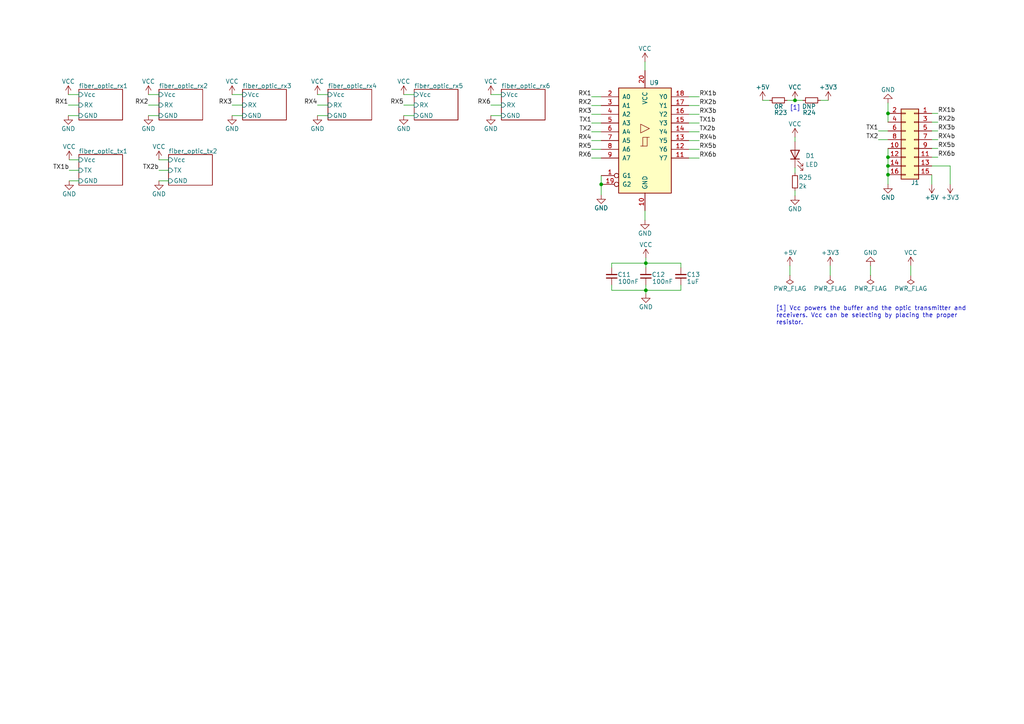
<source format=kicad_sch>
(kicad_sch (version 20211123) (generator eeschema)
  (paper "A4")
  (lib_symbols
    (symbol "74xx:74HCT541" (pin_names (offset 1.016))
      (property "Reference" "U" (at -7.62 16.51 0))
      (property "Value" "74HCT541" (at -7.62 -16.51 0))
      (symbol "74HCT541_1_0"
        (polyline (pts (xy -0.635 -1.6002) (xy -0.635 0.9398) (xy 0.635 0.9398)))
        (polyline (pts (xy -1.27 -1.6002) (xy 0.635 -1.6002) (xy 0.635 0.9398) (xy 1.27 0.9398)))
        (polyline (pts (xy 1.27 3.4798) (xy -1.27 4.7498) (xy -1.27 2.2098) (xy 1.27 3.4798)) (stroke (width 0.1524)))
        (pin input inverted (at -12.7 -10.16 0) (length 5.08) (name "G1") (number "1"))
        (pin power_in line (at 0 -20.32 90) (length 5.08) (name "GND") (number "10"))
        (pin tri_state line (at 12.7 -5.08 180) (length 5.08) (name "Y7") (number "11"))
        (pin tri_state line (at 12.7 -2.54 180) (length 5.08) (name "Y6") (number "12"))
        (pin tri_state line (at 12.7 0 180) (length 5.08) (name "Y5") (number "13"))
        (pin tri_state line (at 12.7 2.54 180) (length 5.08) (name "Y4") (number "14"))
        (pin tri_state line (at 12.7 5.08 180) (length 5.08) (name "Y3") (number "15"))
        (pin tri_state line (at 12.7 7.62 180) (length 5.08) (name "Y2") (number "16"))
        (pin tri_state line (at 12.7 10.16 180) (length 5.08) (name "Y1") (number "17"))
        (pin tri_state line (at 12.7 12.7 180) (length 5.08) (name "Y0") (number "18"))
        (pin input inverted (at -12.7 -12.7 0) (length 5.08) (name "G2") (number "19"))
        (pin input line (at -12.7 12.7 0) (length 5.08) (name "A0") (number "2"))
        (pin power_in line (at 0 20.32 270) (length 5.08) (name "VCC") (number "20"))
        (pin input line (at -12.7 10.16 0) (length 5.08) (name "A1") (number "3"))
        (pin input line (at -12.7 7.62 0) (length 5.08) (name "A2") (number "4"))
        (pin input line (at -12.7 5.08 0) (length 5.08) (name "A3") (number "5"))
        (pin input line (at -12.7 2.54 0) (length 5.08) (name "A4") (number "6"))
        (pin input line (at -12.7 0 0) (length 5.08) (name "A5") (number "7"))
        (pin input line (at -12.7 -2.54 0) (length 5.08) (name "A6") (number "8"))
        (pin input line (at -12.7 -5.08 0) (length 5.08) (name "A7") (number "9"))
      )
      (symbol "74HCT541_1_1"
        (rectangle (start -7.62 15.24) (end 7.62 -15.24) (stroke (width 0.254)) (fill (type background)))
      )
    )
    (symbol "Connector_Generic:Conn_02x08_Odd_Even" (pin_names (offset 1.016) hide)
      (property "Reference" "J" (at 1.27 10.16 0))
      (property "Value" "Conn_02x08_Odd_Even" (at 1.27 -12.7 0))
      (symbol "Conn_02x08_Odd_Even_1_1"
        (rectangle (start -1.27 -10.033) (end 0 -10.287) (stroke (width 0.1524)))
        (rectangle (start -1.27 -7.493) (end 0 -7.747) (stroke (width 0.1524)))
        (rectangle (start -1.27 -4.953) (end 0 -5.207) (stroke (width 0.1524)))
        (rectangle (start -1.27 -2.413) (end 0 -2.667) (stroke (width 0.1524)))
        (rectangle (start -1.27 0.127) (end 0 -0.127) (stroke (width 0.1524)))
        (rectangle (start -1.27 2.667) (end 0 2.413) (stroke (width 0.1524)))
        (rectangle (start -1.27 5.207) (end 0 4.953) (stroke (width 0.1524)))
        (rectangle (start -1.27 7.747) (end 0 7.493) (stroke (width 0.1524)))
        (rectangle (start -1.27 8.89) (end 3.81 -11.43) (stroke (width 0.254)) (fill (type background)))
        (rectangle (start 3.81 -10.033) (end 2.54 -10.287) (stroke (width 0.1524)))
        (rectangle (start 3.81 -7.493) (end 2.54 -7.747) (stroke (width 0.1524)))
        (rectangle (start 3.81 -4.953) (end 2.54 -5.207) (stroke (width 0.1524)))
        (rectangle (start 3.81 -2.413) (end 2.54 -2.667) (stroke (width 0.1524)))
        (rectangle (start 3.81 0.127) (end 2.54 -0.127) (stroke (width 0.1524)))
        (rectangle (start 3.81 2.667) (end 2.54 2.413) (stroke (width 0.1524)))
        (rectangle (start 3.81 5.207) (end 2.54 4.953) (stroke (width 0.1524)))
        (rectangle (start 3.81 7.747) (end 2.54 7.493) (stroke (width 0.1524)))
        (pin passive line (at -5.08 7.62 0) (length 3.81) (name "Pin_1") (number "1"))
        (pin passive line (at 7.62 -2.54 180) (length 3.81) (name "Pin_10") (number "10"))
        (pin passive line (at -5.08 -5.08 0) (length 3.81) (name "Pin_11") (number "11"))
        (pin passive line (at 7.62 -5.08 180) (length 3.81) (name "Pin_12") (number "12"))
        (pin passive line (at -5.08 -7.62 0) (length 3.81) (name "Pin_13") (number "13"))
        (pin passive line (at 7.62 -7.62 180) (length 3.81) (name "Pin_14") (number "14"))
        (pin passive line (at -5.08 -10.16 0) (length 3.81) (name "Pin_15") (number "15"))
        (pin passive line (at 7.62 -10.16 180) (length 3.81) (name "Pin_16") (number "16"))
        (pin passive line (at 7.62 7.62 180) (length 3.81) (name "Pin_2") (number "2"))
        (pin passive line (at -5.08 5.08 0) (length 3.81) (name "Pin_3") (number "3"))
        (pin passive line (at 7.62 5.08 180) (length 3.81) (name "Pin_4") (number "4"))
        (pin passive line (at -5.08 2.54 0) (length 3.81) (name "Pin_5") (number "5"))
        (pin passive line (at 7.62 2.54 180) (length 3.81) (name "Pin_6") (number "6"))
        (pin passive line (at -5.08 0 0) (length 3.81) (name "Pin_7") (number "7"))
        (pin passive line (at 7.62 0 180) (length 3.81) (name "Pin_8") (number "8"))
        (pin passive line (at -5.08 -2.54 0) (length 3.81) (name "Pin_9") (number "9"))
      )
    )
    (symbol "Device:C_Small" (pin_numbers hide) (pin_names (offset 0.254) hide)
      (property "Reference" "C" (at 0.254 1.778 0))
      (property "Value" "C_Small" (at 0.254 -2.032 0))
      (symbol "C_Small_0_1"
        (polyline (pts (xy -1.524 -0.508) (xy 1.524 -0.508)) (stroke (width 0.3302)))
        (polyline (pts (xy -1.524 0.508) (xy 1.524 0.508)) (stroke (width 0.3048)))
      )
      (symbol "C_Small_1_1"
        (pin passive line (at 0 2.54 270) (length 2.032) (name "~") (number "1"))
        (pin passive line (at 0 -2.54 90) (length 2.032) (name "~") (number "2"))
      )
    )
    (symbol "Device:LED" (pin_numbers hide) (pin_names (offset 1.016) hide)
      (property "Reference" "D" (at 0 2.54 0))
      (property "Value" "LED" (at 0 -2.54 0))
      (symbol "LED_0_1"
        (polyline (pts (xy -1.27 -1.27) (xy -1.27 1.27)) (stroke (width 0.254)))
        (polyline (pts (xy -1.27 0) (xy 1.27 0)))
        (polyline (pts (xy 1.27 -1.27) (xy 1.27 1.27) (xy -1.27 0) (xy 1.27 -1.27)) (stroke (width 0.254)))
        (polyline (pts (xy -3.048 -0.762) (xy -4.572 -2.286) (xy -3.81 -2.286) (xy -4.572 -2.286) (xy -4.572 -1.524)))
        (polyline (pts (xy -1.778 -0.762) (xy -3.302 -2.286) (xy -2.54 -2.286) (xy -3.302 -2.286) (xy -3.302 -1.524)))
      )
      (symbol "LED_1_1"
        (pin passive line (at -3.81 0 0) (length 2.54) (name "K") (number "1"))
        (pin passive line (at 3.81 0 180) (length 2.54) (name "A") (number "2"))
      )
    )
    (symbol "Device:R_Small" (pin_numbers hide) (pin_names (offset 0.254) hide)
      (property "Reference" "R" (at 0.762 0.508 0))
      (property "Value" "R_Small" (at 0.762 -1.016 0))
      (symbol "R_Small_0_1"
        (rectangle (start -0.762 1.778) (end 0.762 -1.778) (stroke (width 0.2032)))
      )
      (symbol "R_Small_1_1"
        (pin passive line (at 0 2.54 270) (length 0.762) (name "~") (number "1"))
        (pin passive line (at 0 -2.54 90) (length 0.762) (name "~") (number "2"))
      )
    )
    (symbol "power:+3V3" (power) (pin_names (offset 0))
      (property "Value" "+3V3" (at 0 3.556 0))
      (symbol "+3V3_0_1"
        (polyline (pts (xy -0.762 1.27) (xy 0 2.54)))
        (polyline (pts (xy 0 0) (xy 0 2.54)))
        (polyline (pts (xy 0 2.54) (xy 0.762 1.27)))
      )
      (symbol "+3V3_1_1"
        (pin power_in line (at 0 0 90) (length 0) hide (name "+3V3") (number "1"))
      )
    )
    (symbol "power:+5V" (power) (pin_names (offset 0))
      (property "Value" "+5V" (at 0 3.556 0))
      (symbol "+5V_0_1"
        (polyline (pts (xy -0.762 1.27) (xy 0 2.54)))
        (polyline (pts (xy 0 0) (xy 0 2.54)))
        (polyline (pts (xy 0 2.54) (xy 0.762 1.27)))
      )
      (symbol "+5V_1_1"
        (pin power_in line (at 0 0 90) (length 0) hide (name "+5V") (number "1"))
      )
    )
    (symbol "power:GND" (power) (pin_names (offset 0))
      (property "Value" "GND" (at 0 -3.81 0))
      (symbol "GND_0_1"
        (polyline (pts (xy 0 0) (xy 0 -1.27) (xy 1.27 -1.27) (xy 0 -2.54) (xy -1.27 -1.27) (xy 0 -1.27)))
      )
      (symbol "GND_1_1"
        (pin power_in line (at 0 0 270) (length 0) hide (name "GND") (number "1"))
      )
    )
    (symbol "power:PWR_FLAG" (power) (pin_numbers hide) (pin_names (offset 0) hide)
      (property "Value" "PWR_FLAG" (at 0 3.81 0))
      (symbol "PWR_FLAG_0_0"
        (pin power_out line (at 0 0 90) (length 0) (name "pwr") (number "1"))
      )
      (symbol "PWR_FLAG_0_1"
        (polyline (pts (xy 0 0) (xy 0 1.27) (xy -1.016 1.905) (xy 0 2.54) (xy 1.016 1.905) (xy 0 1.27)))
      )
    )
    (symbol "power:VCC" (power) (pin_names (offset 0))
      (property "Value" "VCC" (at 0 3.81 0))
      (symbol "VCC_0_1"
        (polyline (pts (xy -0.762 1.27) (xy 0 2.54)))
        (polyline (pts (xy 0 0) (xy 0 2.54)))
        (polyline (pts (xy 0 2.54) (xy 0.762 1.27)))
      )
      (symbol "VCC_1_1"
        (pin power_in line (at 0 0 90) (length 0) hide (name "VCC") (number "1"))
      )
    )
  )
  (junction (at 187.325 76.327))
  (junction (at 257.556 32.893))
  (junction (at 187.325 84.201))
  (junction (at 257.556 48.133))
  (junction (at 257.556 45.593))
  (junction (at 257.556 50.673))
  (junction (at 174.371 53.467))
  (junction (at 230.5812 29.1084))
  (wire (pts (xy 270.256 50.673) (xy 270.256 53.467)))
  (wire (pts (xy 67.31 27.432) (xy 70.358 27.432)))
  (wire (pts (xy 43.053 30.48) (xy 46.101 30.48)))
  (wire (pts (xy 254.762 40.513) (xy 257.556 40.513)))
  (wire (pts (xy 270.256 48.133) (xy 275.59 48.133)))
  (wire (pts (xy 257.556 50.673) (xy 257.556 53.467)))
  (wire (pts (xy 43.053 33.528) (xy 46.101 33.528)))
  (wire (pts (xy 228.2952 29.1084) (xy 230.5812 29.1084)))
  (wire (pts (xy 187.325 76.327) (xy 187.325 77.597)))
  (wire (pts (xy 174.371 50.927) (xy 174.371 53.467)))
  (wire (pts (xy 92.075 30.48) (xy 95.123 30.48)))
  (wire (pts (xy 46.101 52.451) (xy 48.895 52.451)))
  (wire (pts (xy 187.325 74.803) (xy 187.325 76.327)))
  (wire (pts (xy 199.771 35.687) (xy 202.819 35.687)))
  (wire (pts (xy 20.066 52.451) (xy 22.86 52.451)))
  (wire (pts (xy 142.367 30.48) (xy 145.415 30.48)))
  (wire (pts (xy 270.256 35.433) (xy 272.034 35.433)))
  (wire (pts (xy 240.792 77.089) (xy 240.792 79.883)))
  (wire (pts (xy 199.771 45.847) (xy 202.819 45.847)))
  (wire (pts (xy 46.101 49.403) (xy 48.895 49.403)))
  (wire (pts (xy 46.101 46.355) (xy 48.895 46.355)))
  (wire (pts (xy 171.577 38.227) (xy 174.371 38.227)))
  (wire (pts (xy 257.556 32.893) (xy 257.556 35.433)))
  (wire (pts (xy 43.053 27.432) (xy 46.101 27.432)))
  (wire (pts (xy 199.771 38.227) (xy 202.819 38.227)))
  (wire (pts (xy 142.367 33.528) (xy 145.415 33.528)))
  (wire (pts (xy 67.31 30.48) (xy 70.358 30.48)))
  (wire (pts (xy 257.556 43.053) (xy 257.556 45.593)))
  (wire (pts (xy 187.325 82.677) (xy 187.325 84.201)))
  (wire (pts (xy 270.256 32.893) (xy 272.034 32.893)))
  (wire (pts (xy 171.577 40.767) (xy 174.371 40.767)))
  (wire (pts (xy 270.256 43.053) (xy 272.034 43.053)))
  (wire (pts (xy 187.071 61.087) (xy 187.071 63.881)))
  (wire (pts (xy 187.325 76.327) (xy 197.485 76.327)))
  (wire (pts (xy 117.094 30.48) (xy 120.142 30.48)))
  (wire (pts (xy 252.476 77.089) (xy 252.476 79.883)))
  (wire (pts (xy 92.075 27.432) (xy 95.123 27.432)))
  (wire (pts (xy 177.419 77.597) (xy 177.419 76.327)))
  (wire (pts (xy 197.485 76.327) (xy 197.485 77.597)))
  (wire (pts (xy 197.485 82.677) (xy 197.485 84.201)))
  (wire (pts (xy 199.771 33.147) (xy 202.819 33.147)))
  (wire (pts (xy 230.5812 39.7764) (xy 230.5812 41.0464)))
  (wire (pts (xy 117.094 27.432) (xy 120.142 27.432)))
  (wire (pts (xy 171.577 35.687) (xy 174.371 35.687)))
  (wire (pts (xy 171.577 43.307) (xy 174.371 43.307)))
  (wire (pts (xy 171.577 45.847) (xy 174.371 45.847)))
  (wire (pts (xy 19.812 27.432) (xy 22.86 27.432)))
  (wire (pts (xy 171.577 33.147) (xy 174.371 33.147)))
  (wire (pts (xy 199.771 28.067) (xy 202.819 28.067)))
  (wire (pts (xy 142.367 27.432) (xy 145.415 27.432)))
  (wire (pts (xy 177.419 84.201) (xy 187.325 84.201)))
  (wire (pts (xy 270.256 45.593) (xy 272.034 45.593)))
  (wire (pts (xy 67.31 33.528) (xy 70.358 33.528)))
  (wire (pts (xy 174.371 53.467) (xy 174.371 56.515)))
  (wire (pts (xy 270.256 40.513) (xy 272.034 40.513)))
  (wire (pts (xy 19.812 33.528) (xy 22.86 33.528)))
  (wire (pts (xy 187.325 84.201) (xy 187.325 85.217)))
  (wire (pts (xy 254.762 37.973) (xy 257.556 37.973)))
  (wire (pts (xy 171.577 28.067) (xy 174.371 28.067)))
  (wire (pts (xy 257.556 29.845) (xy 257.556 32.893)))
  (wire (pts (xy 229.108 77.089) (xy 229.108 79.883)))
  (wire (pts (xy 92.075 33.528) (xy 95.123 33.528)))
  (wire (pts (xy 199.771 30.607) (xy 202.819 30.607)))
  (wire (pts (xy 221.1832 29.1084) (xy 223.2152 29.1084)))
  (wire (pts (xy 117.094 33.528) (xy 120.142 33.528)))
  (wire (pts (xy 177.419 76.327) (xy 187.325 76.327)))
  (wire (pts (xy 171.577 30.607) (xy 174.371 30.607)))
  (wire (pts (xy 270.256 37.973) (xy 272.034 37.973)))
  (wire (pts (xy 257.556 45.593) (xy 257.556 48.133)))
  (wire (pts (xy 275.59 48.133) (xy 275.59 53.467)))
  (wire (pts (xy 20.066 46.355) (xy 22.86 46.355)))
  (wire (pts (xy 237.9472 29.1084) (xy 240.2332 29.1084)))
  (wire (pts (xy 187.325 84.201) (xy 197.485 84.201)))
  (wire (pts (xy 20.066 49.403) (xy 22.86 49.403)))
  (wire (pts (xy 19.812 30.48) (xy 22.86 30.48)))
  (wire (pts (xy 187.071 17.907) (xy 187.071 20.447)))
  (wire (pts (xy 230.5812 29.1084) (xy 232.8672 29.1084)))
  (wire (pts (xy 199.771 43.307) (xy 202.819 43.307)))
  (wire (pts (xy 230.5812 48.6664) (xy 230.5812 50.1904)))
  (wire (pts (xy 177.419 82.677) (xy 177.419 84.201)))
  (wire (pts (xy 199.771 40.767) (xy 202.819 40.767)))
  (wire (pts (xy 230.5812 55.2704) (xy 230.5812 56.7944)))
  (wire (pts (xy 257.556 48.133) (xy 257.556 50.673)))
  (wire (pts (xy 264.16 77.089) (xy 264.16 79.883)))
  (text "[1]" (at 229.0572 32.1564 0) (effects (font (size 1.27 1.27)) (justify left bottom)))
  (text "[1] Vcc powers the buffer and the optic transmitter and \nreceivers. Vcc can be selecting by placing the proper \nresistor." (at 225.044 94.361 0) (effects (font (size 1.27 1.27)) (justify left bottom)))
  (label "RX4" (at 171.577 40.767 180))
  (label "RX2" (at 43.053 30.48 180))
  (label "RX3" (at 171.577 33.147 180))
  (label "TX1" (at 171.577 35.687 180))
  (label "RX1b" (at 202.819 28.067 0))
  (label "RX1" (at 171.577 28.067 180))
  (label "RX3b" (at 202.819 33.147 0))
  (label "RX3b" (at 272.034 37.973 0))
  (label "TX2" (at 254.762 40.513 180))
  (label "TX2b" (at 202.819 38.227 0))
  (label "RX5" (at 171.577 43.307 180))
  (label "RX5b" (at 202.819 43.307 0))
  (label "TX1" (at 254.762 37.973 180))
  (label "RX4b" (at 272.034 40.513 0))
  (label "RX3" (at 67.31 30.48 180))
  (label "RX5b" (at 272.034 43.053 0))
  (label "RX2" (at 171.577 30.607 180))
  (label "RX6" (at 171.577 45.847 180))
  (label "RX2b" (at 272.034 35.433 0))
  (label "RX4" (at 92.075 30.48 180))
  (label "RX6b" (at 272.034 45.593 0))
  (label "RX1" (at 19.812 30.48 180))
  (label "RX4b" (at 202.819 40.767 0))
  (label "RX6" (at 142.367 30.48 180))
  (label "TX1b" (at 20.066 49.403 180))
  (label "RX6b" (at 202.819 45.847 0))
  (label "TX2b" (at 46.101 49.403 180))
  (label "RX2b" (at 202.819 30.607 0))
  (label "TX1b" (at 202.819 35.687 0))
  (label "RX1b" (at 272.034 32.893 0))
  (label "TX2" (at 171.577 38.227 180))
  (label "RX5" (at 117.094 30.48 180))
  (symbol (lib_id "power:VCC") (at 230.5812 39.7764 0) (unit 1)
    (property "Reference" "#PWR033" (effects hide))
    (property "Value" "VCC" (at 230.5812 35.9664 0))
  )
  (symbol (lib_id "power:GND") (at 20.066 52.451 0) (unit 1)
    (property "Reference" "#PWR016" (effects hide))
    (property "Value" "GND" (at 20.066 56.261 0))
  )
  (symbol (lib_id "power:PWR_FLAG") (at 264.16 79.883 180) (unit 1)
    (property "Reference" "#FLG04" (effects hide))
    (property "Value" "PWR_FLAG" (at 264.16 83.693 0))
  )
  (symbol (lib_id "power:VCC") (at 19.812 27.432 0) (unit 1)
    (property "Reference" "#PWR01" (effects hide))
    (property "Value" "VCC" (at 19.812 23.622 0))
  )
  (symbol (lib_id "power:GND") (at 67.31 33.528 0) (unit 1)
    (property "Reference" "#PWR010" (effects hide))
    (property "Value" "GND" (at 67.31 37.338 0))
  )
  (symbol (lib_id "power:GND") (at 46.101 52.451 0) (unit 1)
    (property "Reference" "#PWR017" (effects hide))
    (property "Value" "GND" (at 46.101 56.261 0))
  )
  (symbol (lib_id "power:VCC") (at 230.5812 29.1084 0) (unit 1)
    (property "Reference" "#PWR031" (effects hide))
    (property "Value" "VCC" (at 230.5812 25.2984 0))
  )
  (symbol (lib_id "Device:LED") (at 230.5812 44.8564 90) (unit 1)
    (property "Reference" "D1" (at 233.6292 45.1738 90) (effects (justify right)))
    (property "Value" "LED" (at 233.6292 47.7138 90) (effects (justify right)))
    (property "Footprint" "LED_SMD:LED_0805_2012Metric_Pad1.15x1.40mm_HandSolder" (effects hide))
  )
  (symbol (lib_id "power:GND") (at 43.053 33.528 0) (unit 1)
    (property "Reference" "#PWR09" (effects hide))
    (property "Value" "GND" (at 43.053 37.338 0))
  )
  (symbol (lib_id "Device:C_Small") (at 197.485 80.137 0) (mirror x) (unit 1)
    (property "Reference" "C13" (at 203.073 79.629 0) (effects (justify right)))
    (property "Value" "1uF" (at 202.819 81.661 0) (effects (justify right)))
    (property "Footprint" "Capacitor_SMD:C_0805_2012Metric_Pad1.18x1.45mm_HandSolder" (effects hide))
  )
  (symbol (lib_id "Device:R_Small") (at 235.4072 29.1084 90) (unit 1)
    (property "Reference" "R24" (at 236.6772 32.6644 90) (effects (justify left)))
    (property "Value" "DNP" (at 236.6772 30.8864 90) (effects (justify left)))
    (property "Footprint" "Resistor_SMD:R_0805_2012Metric" (effects hide))
  )
  (symbol (lib_id "power:GND") (at 230.5812 56.7944 0) (unit 1)
    (property "Reference" "#PWR034" (effects hide))
    (property "Value" "GND" (at 230.5812 60.6044 0))
  )
  (symbol (lib_id "power:GND") (at 257.556 29.845 180) (unit 1)
    (property "Reference" "#PWR07" (effects hide))
    (property "Value" "GND" (at 257.556 26.035 0))
  )
  (symbol (lib_id "power:PWR_FLAG") (at 240.792 79.883 180) (unit 1)
    (property "Reference" "#FLG02" (effects hide))
    (property "Value" "PWR_FLAG" (at 240.792 83.693 0))
  )
  (symbol (lib_id "power:PWR_FLAG") (at 252.476 79.883 180) (unit 1)
    (property "Reference" "#FLG03" (effects hide))
    (property "Value" "PWR_FLAG" (at 252.476 83.693 0))
  )
  (symbol (lib_id "power:+5V") (at 229.108 77.089 0) (unit 1)
    (property "Reference" "#PWR021" (effects hide))
    (property "Value" "+5V" (at 229.108 73.279 0))
  )
  (symbol (lib_id "power:VCC") (at 92.075 27.432 0) (unit 1)
    (property "Reference" "#PWR04" (effects hide))
    (property "Value" "VCC" (at 92.075 23.622 0))
  )
  (symbol (lib_id "power:VCC") (at 43.053 27.432 0) (unit 1)
    (property "Reference" "#PWR02" (effects hide))
    (property "Value" "VCC" (at 43.053 23.622 0))
  )
  (symbol (lib_id "power:+3V3") (at 275.59 53.467 180) (unit 1)
    (property "Reference" "#PWR020" (effects hide))
    (property "Value" "+3V3" (at 275.59 57.277 0))
  )
  (symbol (lib_id "power:+3V3") (at 240.792 77.089 0) (unit 1)
    (property "Reference" "#PWR022" (effects hide))
    (property "Value" "+3V3" (at 240.792 73.279 0))
  )
  (symbol (lib_id "Connector_Generic:Conn_02x08_Odd_Even") (at 265.176 40.513 0) (mirror y) (unit 1)
    (property "Reference" "J1" (at 265.43 52.959 0))
    (property "Value" "Conn_02x08_Odd_Even" (effects hide))
    (property "Footprint" "Connector_PinHeader_2.54mm:PinHeader_2x08_P2.54mm_Horizontal" (effects hide))
  )
  (symbol (lib_id "power:VCC") (at 264.16 77.089 0) (unit 1)
    (property "Reference" "#PWR024" (effects hide))
    (property "Value" "VCC" (at 264.16 73.279 0))
  )
  (symbol (lib_id "Device:C_Small") (at 177.419 80.137 0) (mirror x) (unit 1)
    (property "Reference" "C11" (at 183.007 79.629 0) (effects (justify right)))
    (property "Value" "100nF" (at 185.293 81.661 0) (effects (justify right)))
    (property "Footprint" "Capacitor_SMD:C_0805_2012Metric_Pad1.18x1.45mm_HandSolder" (effects hide))
  )
  (symbol (lib_id "Device:C_Small") (at 187.325 80.137 0) (mirror x) (unit 1)
    (property "Reference" "C12" (at 192.913 79.629 0) (effects (justify right)))
    (property "Value" "100nF" (at 195.199 81.661 0) (effects (justify right)))
    (property "Footprint" "Capacitor_SMD:C_0805_2012Metric_Pad1.18x1.45mm_HandSolder" (effects hide))
  )
  (symbol (lib_id "power:VCC") (at 117.094 27.432 0) (unit 1)
    (property "Reference" "#PWR05" (effects hide))
    (property "Value" "VCC" (at 117.094 23.622 0))
  )
  (symbol (lib_id "power:GND") (at 187.325 85.217 0) (unit 1)
    (property "Reference" "#PWR029" (effects hide))
    (property "Value" "GND" (at 187.325 89.027 0))
  )
  (symbol (lib_id "power:VCC") (at 46.101 46.355 0) (unit 1)
    (property "Reference" "#PWR015" (effects hide))
    (property "Value" "VCC" (at 46.101 42.545 0))
  )
  (symbol (lib_id "power:+3V3") (at 240.2332 29.1084 0) (unit 1)
    (property "Reference" "#PWR032" (effects hide))
    (property "Value" "+3V3" (at 240.2332 25.2984 0))
  )
  (symbol (lib_id "power:GND") (at 187.071 63.881 0) (unit 1)
    (property "Reference" "#PWR027" (effects hide))
    (property "Value" "GND" (at 187.071 67.691 0))
  )
  (symbol (lib_id "Device:R_Small") (at 230.5812 52.7304 0) (unit 1)
    (property "Reference" "R25" (at 231.5972 51.4604 0) (effects (justify left)))
    (property "Value" "2k" (at 231.5972 54.0004 0) (effects (justify left)))
    (property "Footprint" "Resistor_SMD:R_0805_2012Metric" (effects hide))
  )
  (symbol (lib_id "power:VCC") (at 67.31 27.432 0) (unit 1)
    (property "Reference" "#PWR03" (effects hide))
    (property "Value" "VCC" (at 67.31 23.622 0))
  )
  (symbol (lib_id "74xx:74HCT541") (at 187.071 40.767 0) (unit 1)
    (property "Reference" "U9" (at 188.341 24.003 0) (effects (justify left)))
    (property "Value" "74HCT541" (effects hide))
    (property "Footprint" "Package_SO:TSSOP-20_4.4x6.5mm_P0.65mm" (effects hide))
    (property "Datasheet" "http://www.ti.com/lit/gpn/sn74HCT541" (effects hide))
  )
  (symbol (lib_id "power:VCC") (at 187.071 17.907 0) (unit 1)
    (property "Reference" "#PWR025" (effects hide))
    (property "Value" "VCC" (at 187.071 14.097 0))
  )
  (symbol (lib_id "power:GND") (at 92.075 33.528 0) (unit 1)
    (property "Reference" "#PWR011" (effects hide))
    (property "Value" "GND" (at 92.075 37.338 0))
  )
  (symbol (lib_id "power:PWR_FLAG") (at 229.108 79.883 180) (unit 1)
    (property "Reference" "#FLG01" (effects hide))
    (property "Value" "PWR_FLAG" (at 229.108 83.693 0))
  )
  (symbol (lib_id "Device:R_Small") (at 225.7552 29.1084 270) (mirror x) (unit 1)
    (property "Reference" "R23" (at 224.4852 32.6644 90) (effects (justify left)))
    (property "Value" "0R" (at 224.4852 30.8864 90) (effects (justify left)))
    (property "Footprint" "Resistor_SMD:R_0805_2012Metric" (effects hide))
  )
  (symbol (lib_id "power:+5V") (at 221.1832 29.1084 0) (unit 1)
    (property "Reference" "#PWR030" (effects hide))
    (property "Value" "+5V" (at 221.1832 25.2984 0))
  )
  (symbol (lib_id "power:GND") (at 252.476 77.089 180) (unit 1)
    (property "Reference" "#PWR023" (effects hide))
    (property "Value" "GND" (at 252.476 73.279 0))
  )
  (symbol (lib_id "power:VCC") (at 142.367 27.432 0) (unit 1)
    (property "Reference" "#PWR06" (effects hide))
    (property "Value" "VCC" (at 142.367 23.622 0))
  )
  (symbol (lib_id "power:+5V") (at 270.256 53.467 180) (unit 1)
    (property "Reference" "#PWR019" (effects hide))
    (property "Value" "+5V" (at 270.256 57.277 0))
  )
  (symbol (lib_id "power:VCC") (at 20.066 46.355 0) (unit 1)
    (property "Reference" "#PWR014" (effects hide))
    (property "Value" "VCC" (at 20.066 42.545 0))
  )
  (symbol (lib_id "power:VCC") (at 187.325 74.803 0) (unit 1)
    (property "Reference" "#PWR028" (effects hide))
    (property "Value" "VCC" (at 187.325 70.993 0))
  )
  (symbol (lib_id "power:GND") (at 142.367 33.528 0) (unit 1)
    (property "Reference" "#PWR013" (effects hide))
    (property "Value" "GND" (at 142.367 37.338 0))
  )
  (symbol (lib_id "power:GND") (at 19.812 33.528 0) (unit 1)
    (property "Reference" "#PWR08" (effects hide))
    (property "Value" "GND" (at 19.812 37.338 0))
  )
  (symbol (lib_id "power:GND") (at 117.094 33.528 0) (unit 1)
    (property "Reference" "#PWR012" (effects hide))
    (property "Value" "GND" (at 117.094 37.338 0))
  )
  (symbol (lib_id "power:GND") (at 174.371 56.515 0) (unit 1)
    (property "Reference" "#PWR026" (effects hide))
    (property "Value" "GND" (at 174.371 60.325 0))
  )
  (symbol (lib_id "power:GND") (at 257.556 53.467 0) (unit 1)
    (property "Reference" "#PWR018" (effects hide))
    (property "Value" "GND" (at 257.556 57.277 0))
  )
  (sheet (at 70.358 25.908) (size 12.7 8.89) (stroke (width 0.1524))
    (property "Sheet name" "fiber_optic_rx3" (at 70.358 25.654 0) (effects (justify left bottom)))
    (property "Sheet file" "fiber_optic_rx.kicad_sch" (effects hide))
    (pin "Vcc" input (at 70.358 27.432 180))
    (pin "RX" input (at 70.358 30.48 180))
    (pin "GND" input (at 70.358 33.528 180))
  )
  (sheet (at 22.86 25.908) (size 12.7 8.89) (stroke (width 0.1524))
    (property "Sheet name" "fiber_optic_rx1" (at 22.86 25.654 0) (effects (justify left bottom)))
    (property "Sheet file" "fiber_optic_rx.kicad_sch" (effects hide))
    (pin "Vcc" input (at 22.86 27.432 180))
    (pin "RX" input (at 22.86 30.48 180))
    (pin "GND" input (at 22.86 33.528 180))
  )
  (sheet (at 95.123 25.908) (size 12.7 8.89) (stroke (width 0.1524))
    (property "Sheet name" "fiber_optic_rx4" (at 95.123 25.654 0) (effects (justify left bottom)))
    (property "Sheet file" "fiber_optic_rx.kicad_sch" (effects hide))
    (pin "Vcc" input (at 95.123 27.432 180))
    (pin "RX" input (at 95.123 30.48 180))
    (pin "GND" input (at 95.123 33.528 180))
  )
  (sheet (at 22.86 44.831) (size 12.7 8.89) (stroke (width 0.1524))
    (property "Sheet name" "fiber_optic_tx1" (at 22.86 44.577 0) (effects (justify left bottom)))
    (property "Sheet file" "fiber_optic_tx.kicad_sch" (effects hide))
    (pin "GND" input (at 22.86 52.451 180))
    (pin "Vcc" input (at 22.86 46.355 180))
    (pin "TX" input (at 22.86 49.403 180))
  )
  (sheet (at 145.415 25.908) (size 12.7 8.89) (stroke (width 0.1524))
    (property "Sheet name" "fiber_optic_rx6" (at 145.415 25.654 0) (effects (justify left bottom)))
    (property "Sheet file" "fiber_optic_rx.kicad_sch" (effects hide))
    (pin "Vcc" input (at 145.415 27.432 180))
    (pin "RX" input (at 145.415 30.48 180))
    (pin "GND" input (at 145.415 33.528 180))
  )
  (sheet (at 120.142 25.908) (size 12.7 8.89) (stroke (width 0.1524))
    (property "Sheet name" "fiber_optic_rx5" (at 120.142 25.654 0) (effects (justify left bottom)))
    (property "Sheet file" "fiber_optic_rx.kicad_sch" (effects hide))
    (pin "Vcc" input (at 120.142 27.432 180))
    (pin "RX" input (at 120.142 30.48 180))
    (pin "GND" input (at 120.142 33.528 180))
  )
  (sheet (at 48.895 44.831) (size 12.7 8.89) (stroke (width 0.1524))
    (property "Sheet name" "fiber_optic_tx2" (at 48.895 44.577 0) (effects (justify left bottom)))
    (property "Sheet file" "fiber_optic_tx.kicad_sch" (effects hide))
    (pin "GND" input (at 48.895 52.451 180))
    (pin "Vcc" input (at 48.895 46.355 180))
    (pin "TX" input (at 48.895 49.403 180))
  )
  (sheet (at 46.101 25.908) (size 12.7 8.89) (stroke (width 0.1524))
    (property "Sheet name" "fiber_optic_rx2" (at 46.101 25.654 0) (effects (justify left bottom)))
    (property "Sheet file" "fiber_optic_rx.kicad_sch" (effects hide))
    (pin "Vcc" input (at 46.101 27.432 180))
    (pin "RX" input (at 46.101 30.48 180))
    (pin "GND" input (at 46.101 33.528 180))
  )
)
</source>
